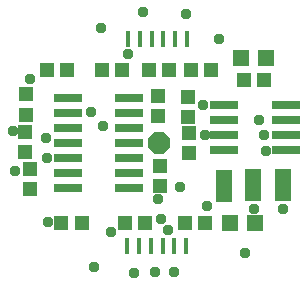
<source format=gbr>
G04 EAGLE Gerber RS-274X export*
G75*
%MOMM*%
%FSLAX34Y34*%
%LPD*%
%INSoldermask Top*%
%IPPOS*%
%AMOC8*
5,1,8,0,0,1.08239X$1,22.5*%
G01*
%ADD10R,1.203200X1.303200*%
%ADD11R,1.303200X1.203200*%
%ADD12R,2.403200X0.803200*%
%ADD13R,1.403200X1.403200*%
%ADD14R,1.473200X2.743200*%
%ADD15P,1.951982X8X22.500000*%
%ADD16R,0.400000X1.400000*%
%ADD17C,0.959600*%


D10*
X211580Y583320D03*
X211580Y600320D03*
X235970Y641990D03*
X235970Y658990D03*
D11*
X116470Y681230D03*
X133470Y681230D03*
X202320Y681480D03*
X219320Y681480D03*
D10*
X98296Y660772D03*
X98296Y643772D03*
D12*
X134020Y645160D03*
X186020Y645160D03*
X134020Y657860D03*
X134020Y632460D03*
X134020Y619760D03*
X186020Y657860D03*
X186020Y632460D03*
X186020Y619760D03*
X134020Y594360D03*
X186020Y594360D03*
X134020Y607060D03*
X134020Y581660D03*
X186020Y607060D03*
X186020Y581660D03*
X266354Y638812D03*
X318354Y638812D03*
X266354Y651512D03*
X266354Y626112D03*
X266354Y613412D03*
X318354Y651512D03*
X318354Y626112D03*
X318354Y613412D03*
D10*
X182258Y551948D03*
X199258Y551948D03*
D11*
X209800Y659240D03*
X209800Y642240D03*
X236730Y628260D03*
X236730Y611260D03*
D10*
X254878Y681488D03*
X237878Y681488D03*
X179700Y681490D03*
X162700Y681490D03*
D11*
X101860Y581030D03*
X101860Y598030D03*
D10*
X145418Y551688D03*
X128418Y551688D03*
X300080Y673354D03*
X283080Y673354D03*
X97786Y629276D03*
X97786Y612276D03*
D13*
X280838Y691646D03*
X301838Y691646D03*
D10*
X249802Y551946D03*
X232802Y551946D03*
D13*
X291936Y551938D03*
X270936Y551938D03*
D14*
X265680Y583688D03*
X290574Y583946D03*
X315974Y584202D03*
D15*
X210820Y619760D03*
D16*
X184042Y532372D03*
X194042Y532372D03*
X204042Y532372D03*
X214042Y532372D03*
X224042Y532372D03*
X234042Y532372D03*
X234804Y707402D03*
X224804Y707402D03*
X214804Y707402D03*
X204804Y707402D03*
X194804Y707402D03*
X184804Y707402D03*
D17*
X115062Y623570D03*
X248158Y651652D03*
X218694Y545846D03*
X87376Y629666D03*
X155956Y515112D03*
X161544Y716788D03*
X212344Y555498D03*
X229108Y582168D03*
X117348Y552704D03*
X89408Y596392D03*
X101600Y673608D03*
X115824Y607060D03*
X251968Y566166D03*
X249936Y626110D03*
X197612Y730504D03*
X208026Y510540D03*
X209804Y572262D03*
X262128Y707898D03*
X283718Y526288D03*
X301752Y613156D03*
X163830Y633984D03*
X184658Y695198D03*
X189484Y510032D03*
X295402Y638810D03*
X291592Y563880D03*
X299974Y626110D03*
X316230Y563880D03*
X224028Y510286D03*
X233934Y728980D03*
X153416Y645668D03*
X170434Y544546D03*
M02*

</source>
